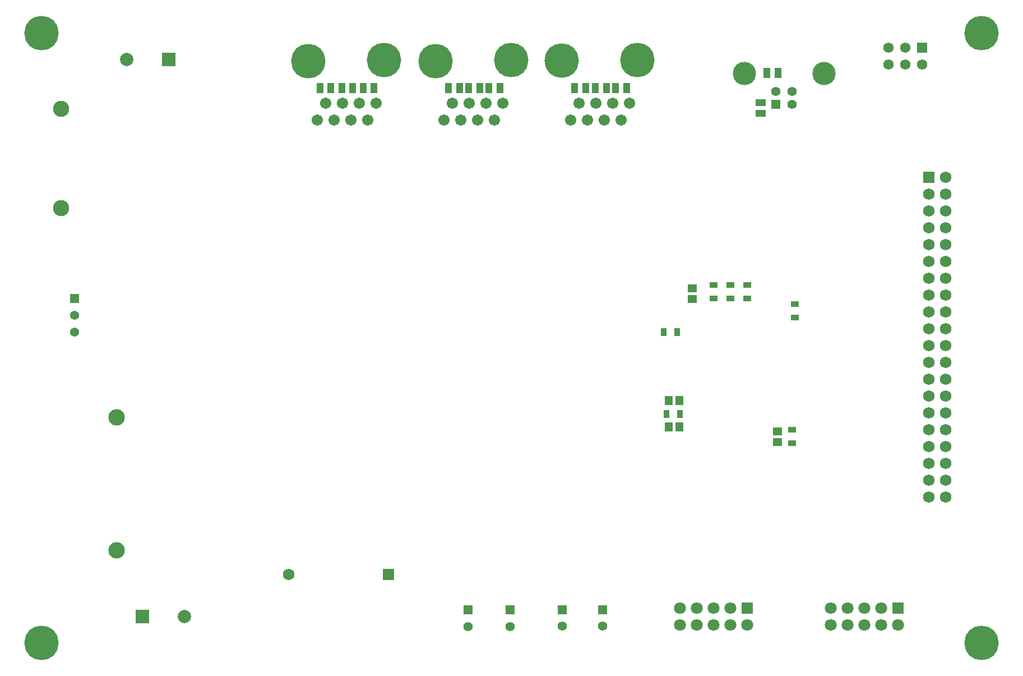
<source format=gbs>
G04*
G04 #@! TF.GenerationSoftware,Altium Limited,Altium Designer,24.6.1 (21)*
G04*
G04 Layer_Color=16711935*
%FSLAX25Y25*%
%MOIN*%
G70*
G04*
G04 #@! TF.SameCoordinates,5EFEE535-70E5-4D74-9779-55D0C0DC933D*
G04*
G04*
G04 #@! TF.FilePolarity,Negative*
G04*
G01*
G75*
%ADD20R,0.05733X0.05136*%
%ADD30R,0.05136X0.05733*%
%ADD52R,0.06115X0.04147*%
%ADD54R,0.04147X0.06115*%
%ADD59R,0.06890X0.06890*%
%ADD60C,0.06890*%
%ADD61C,0.13780*%
%ADD62R,0.05591X0.05591*%
%ADD63C,0.05591*%
%ADD64C,0.06902*%
%ADD65R,0.06902X0.06902*%
%ADD66C,0.07099*%
%ADD67R,0.07099X0.07099*%
%ADD68R,0.06181X0.06181*%
%ADD69C,0.06181*%
%ADD70R,0.07887X0.07887*%
%ADD71C,0.07887*%
%ADD72R,0.05512X0.05512*%
%ADD73C,0.05512*%
%ADD74C,0.09776*%
%ADD75C,0.20485*%
%ADD76C,0.06706*%
%ADD77R,0.05398X0.05398*%
%ADD78C,0.05398*%
%ADD79C,0.09658*%
%ADD105R,0.04749X0.03765*%
%ADD106R,0.03765X0.04749*%
D20*
X427500Y244872D02*
D03*
Y238528D02*
D03*
X478000Y160000D02*
D03*
Y153655D02*
D03*
D30*
X413328Y162600D02*
D03*
X419672D02*
D03*
X413428Y178300D02*
D03*
X419772D02*
D03*
D52*
X468000Y355248D02*
D03*
Y348752D02*
D03*
D54*
X357504Y364000D02*
D03*
X364000D02*
D03*
X288894D02*
D03*
X282398D02*
D03*
X381752D02*
D03*
X388248D02*
D03*
X218886D02*
D03*
X225382D02*
D03*
X478248Y373000D02*
D03*
X471752D02*
D03*
X205886Y364000D02*
D03*
X212382D02*
D03*
X231638D02*
D03*
X238134D02*
D03*
X300894D02*
D03*
X294398D02*
D03*
X369752D02*
D03*
X376248D02*
D03*
X312894D02*
D03*
X306398D02*
D03*
D59*
X246528Y75000D02*
D03*
D60*
X187472D02*
D03*
D61*
X505622Y372669D02*
D03*
X458220D02*
D03*
D62*
X477000Y354126D02*
D03*
D63*
X486842D02*
D03*
Y362000D02*
D03*
X477000D02*
D03*
D64*
X568000Y121000D02*
D03*
Y131000D02*
D03*
Y141000D02*
D03*
Y151000D02*
D03*
Y161000D02*
D03*
Y171000D02*
D03*
Y181000D02*
D03*
Y191000D02*
D03*
Y201000D02*
D03*
Y211000D02*
D03*
Y221000D02*
D03*
Y231000D02*
D03*
Y241000D02*
D03*
Y251000D02*
D03*
Y261000D02*
D03*
Y271000D02*
D03*
Y281000D02*
D03*
Y291000D02*
D03*
Y301000D02*
D03*
X578000Y121000D02*
D03*
Y131000D02*
D03*
Y141000D02*
D03*
Y151000D02*
D03*
Y161000D02*
D03*
Y171000D02*
D03*
Y181000D02*
D03*
Y191000D02*
D03*
Y201000D02*
D03*
Y211000D02*
D03*
Y221000D02*
D03*
Y231000D02*
D03*
Y241000D02*
D03*
Y251000D02*
D03*
Y261000D02*
D03*
Y271000D02*
D03*
Y281000D02*
D03*
Y291000D02*
D03*
Y301000D02*
D03*
Y311000D02*
D03*
D65*
X568000D02*
D03*
D66*
X460000Y45000D02*
D03*
X450000D02*
D03*
X440000D02*
D03*
X430000D02*
D03*
X420000D02*
D03*
X450000Y55000D02*
D03*
X440000D02*
D03*
X430000D02*
D03*
X420000D02*
D03*
X509802Y55064D02*
D03*
X519802D02*
D03*
X529802D02*
D03*
X539802D02*
D03*
X509802Y45064D02*
D03*
X519802D02*
D03*
X529802D02*
D03*
X539802D02*
D03*
X549802D02*
D03*
D67*
X460000Y55000D02*
D03*
X549802Y55064D02*
D03*
D68*
X564000Y388000D02*
D03*
D69*
X554000D02*
D03*
X544000D02*
D03*
X564000Y378000D02*
D03*
X554000D02*
D03*
X544000D02*
D03*
D70*
X100500Y50000D02*
D03*
X115916Y380836D02*
D03*
D71*
X125500Y50000D02*
D03*
X90916Y380836D02*
D03*
D72*
X374000Y54000D02*
D03*
X350000D02*
D03*
X294000Y53843D02*
D03*
X319000D02*
D03*
D73*
X374000Y44157D02*
D03*
X350000D02*
D03*
X294000Y44000D02*
D03*
X319000D02*
D03*
D74*
X85000Y89394D02*
D03*
Y168134D02*
D03*
D75*
X274646Y380000D02*
D03*
X319646Y380500D02*
D03*
X394816Y380619D02*
D03*
X349816Y380119D02*
D03*
X199134Y380000D02*
D03*
X244134Y380500D02*
D03*
X599479Y34379D02*
D03*
Y396584D02*
D03*
X40424Y34379D02*
D03*
Y396584D02*
D03*
D76*
X304830Y354881D02*
D03*
X299830Y344881D02*
D03*
X294830Y354881D02*
D03*
X289829Y344881D02*
D03*
X284829Y354881D02*
D03*
X279830Y344881D02*
D03*
X314829Y354881D02*
D03*
X309829Y344881D02*
D03*
X385000Y345000D02*
D03*
X390000Y355000D02*
D03*
X355000Y345000D02*
D03*
X360000Y355000D02*
D03*
X365000Y345000D02*
D03*
X370000Y355000D02*
D03*
X375000Y345000D02*
D03*
X380000Y355000D02*
D03*
X229318Y354881D02*
D03*
X224318Y344881D02*
D03*
X219318Y354881D02*
D03*
X214318Y344881D02*
D03*
X209318Y354881D02*
D03*
X204318Y344881D02*
D03*
X239318Y354881D02*
D03*
X234318Y344881D02*
D03*
D77*
X60000Y239000D02*
D03*
D78*
Y229000D02*
D03*
Y219000D02*
D03*
D79*
X52000Y351528D02*
D03*
Y292472D02*
D03*
D105*
X488400Y235635D02*
D03*
Y227565D02*
D03*
X440000Y247035D02*
D03*
Y238965D02*
D03*
X460000Y247035D02*
D03*
Y238965D02*
D03*
X450000Y247035D02*
D03*
Y238965D02*
D03*
X486600Y152765D02*
D03*
Y160835D02*
D03*
D106*
X411965Y170200D02*
D03*
X420035D02*
D03*
X410265Y218900D02*
D03*
X418335D02*
D03*
M02*

</source>
